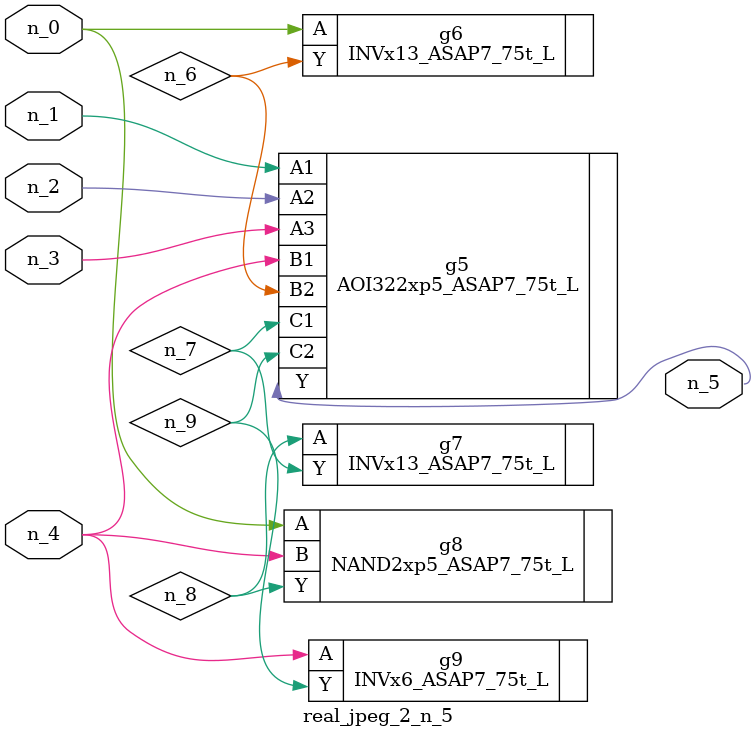
<source format=v>
module real_jpeg_2_n_5 (n_4, n_0, n_1, n_2, n_3, n_5);

input n_4;
input n_0;
input n_1;
input n_2;
input n_3;

output n_5;

wire n_8;
wire n_6;
wire n_7;
wire n_9;

INVx13_ASAP7_75t_L g6 ( 
.A(n_0),
.Y(n_6)
);

NAND2xp5_ASAP7_75t_L g8 ( 
.A(n_0),
.B(n_4),
.Y(n_8)
);

AOI322xp5_ASAP7_75t_L g5 ( 
.A1(n_1),
.A2(n_2),
.A3(n_3),
.B1(n_4),
.B2(n_6),
.C1(n_7),
.C2(n_9),
.Y(n_5)
);

INVx6_ASAP7_75t_L g9 ( 
.A(n_4),
.Y(n_9)
);

INVx13_ASAP7_75t_L g7 ( 
.A(n_8),
.Y(n_7)
);


endmodule
</source>
